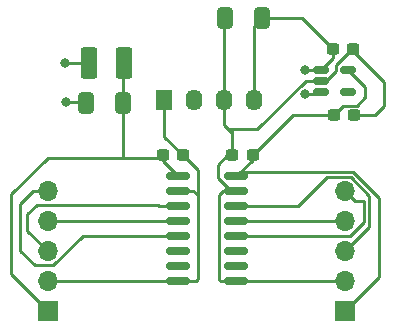
<source format=gbr>
%TF.GenerationSoftware,KiCad,Pcbnew,(6.0.4-0)*%
%TF.CreationDate,2022-07-13T07:01:54-06:00*%
%TF.ProjectId,level_translator,6c657665-6c5f-4747-9261-6e736c61746f,rev?*%
%TF.SameCoordinates,Original*%
%TF.FileFunction,Copper,L1,Top*%
%TF.FilePolarity,Positive*%
%FSLAX46Y46*%
G04 Gerber Fmt 4.6, Leading zero omitted, Abs format (unit mm)*
G04 Created by KiCad (PCBNEW (6.0.4-0)) date 2022-07-13 07:01:54*
%MOMM*%
%LPD*%
G01*
G04 APERTURE LIST*
G04 Aperture macros list*
%AMRoundRect*
0 Rectangle with rounded corners*
0 $1 Rounding radius*
0 $2 $3 $4 $5 $6 $7 $8 $9 X,Y pos of 4 corners*
0 Add a 4 corners polygon primitive as box body*
4,1,4,$2,$3,$4,$5,$6,$7,$8,$9,$2,$3,0*
0 Add four circle primitives for the rounded corners*
1,1,$1+$1,$2,$3*
1,1,$1+$1,$4,$5*
1,1,$1+$1,$6,$7*
1,1,$1+$1,$8,$9*
0 Add four rect primitives between the rounded corners*
20,1,$1+$1,$2,$3,$4,$5,0*
20,1,$1+$1,$4,$5,$6,$7,0*
20,1,$1+$1,$6,$7,$8,$9,0*
20,1,$1+$1,$8,$9,$2,$3,0*%
G04 Aperture macros list end*
%TA.AperFunction,SMDPad,CuDef*%
%ADD10RoundRect,0.250001X-0.462499X-1.074999X0.462499X-1.074999X0.462499X1.074999X-0.462499X1.074999X0*%
%TD*%
%TA.AperFunction,ComponentPad*%
%ADD11R,1.400000X1.800000*%
%TD*%
%TA.AperFunction,ComponentPad*%
%ADD12O,1.400000X1.800000*%
%TD*%
%TA.AperFunction,SMDPad,CuDef*%
%ADD13RoundRect,0.237500X-0.300000X-0.237500X0.300000X-0.237500X0.300000X0.237500X-0.300000X0.237500X0*%
%TD*%
%TA.AperFunction,SMDPad,CuDef*%
%ADD14RoundRect,0.250000X0.412500X0.650000X-0.412500X0.650000X-0.412500X-0.650000X0.412500X-0.650000X0*%
%TD*%
%TA.AperFunction,SMDPad,CuDef*%
%ADD15RoundRect,0.237500X0.300000X0.237500X-0.300000X0.237500X-0.300000X-0.237500X0.300000X-0.237500X0*%
%TD*%
%TA.AperFunction,SMDPad,CuDef*%
%ADD16RoundRect,0.150000X-0.825000X-0.150000X0.825000X-0.150000X0.825000X0.150000X-0.825000X0.150000X0*%
%TD*%
%TA.AperFunction,ComponentPad*%
%ADD17R,1.700000X1.700000*%
%TD*%
%TA.AperFunction,ComponentPad*%
%ADD18O,1.700000X1.700000*%
%TD*%
%TA.AperFunction,SMDPad,CuDef*%
%ADD19RoundRect,0.150000X-0.512500X-0.150000X0.512500X-0.150000X0.512500X0.150000X-0.512500X0.150000X0*%
%TD*%
%TA.AperFunction,ViaPad*%
%ADD20C,0.800000*%
%TD*%
%TA.AperFunction,Conductor*%
%ADD21C,0.250000*%
%TD*%
G04 APERTURE END LIST*
D10*
%TO.P,L1,1,1*%
%TO.N,Net-(L1-Pad1)*%
X154612500Y-76500000D03*
%TO.P,L1,2,2*%
%TO.N,VD*%
X157587500Y-76500000D03*
%TD*%
D11*
%TO.P,PS1,1,-Vin*%
%TO.N,GNDPWR*%
X161000000Y-79600000D03*
D12*
%TO.P,PS1,2,+Vin*%
%TO.N,Net-(L1-Pad1)*%
X163540000Y-79600000D03*
%TO.P,PS1,3,0V*%
%TO.N,GND*%
X166080000Y-79600000D03*
%TO.P,PS1,4,+Vout*%
%TO.N,Net-(C4-Pad1)*%
X168620000Y-79600000D03*
%TD*%
D13*
%TO.P,C6,1*%
%TO.N,+5V*%
X175337500Y-80900000D03*
%TO.P,C6,2*%
%TO.N,GND*%
X177062500Y-80900000D03*
%TD*%
%TO.P,C5,1*%
%TO.N,Net-(C4-Pad1)*%
X175237500Y-75300000D03*
%TO.P,C5,2*%
%TO.N,GND*%
X176962500Y-75300000D03*
%TD*%
D14*
%TO.P,C4,1*%
%TO.N,Net-(C4-Pad1)*%
X169262500Y-72700000D03*
%TO.P,C4,2*%
%TO.N,GND*%
X166137500Y-72700000D03*
%TD*%
%TO.P,C3,1*%
%TO.N,VD*%
X157500000Y-79900000D03*
%TO.P,C3,2*%
%TO.N,GNDPWR*%
X154375000Y-79900000D03*
%TD*%
D13*
%TO.P,C2,1*%
%TO.N,GND*%
X166737500Y-84300000D03*
%TO.P,C2,2*%
%TO.N,+5V*%
X168462500Y-84300000D03*
%TD*%
D15*
%TO.P,C1,1*%
%TO.N,GNDPWR*%
X162562500Y-84300000D03*
%TO.P,C1,2*%
%TO.N,VD*%
X160837500Y-84300000D03*
%TD*%
D16*
%TO.P,U1,1,VCC1*%
%TO.N,VD*%
X162135000Y-86055000D03*
%TO.P,U1,2,GND1*%
%TO.N,GNDPWR*%
X162135000Y-87325000D03*
%TO.P,U1,3,INA*%
%TO.N,Net-(J1-Pad3)*%
X162135000Y-88595000D03*
%TO.P,U1,4,INB*%
%TO.N,Net-(J1-Pad4)*%
X162135000Y-89865000D03*
%TO.P,U1,5,INC*%
%TO.N,Net-(J1-Pad5)*%
X162135000Y-91135000D03*
%TO.P,U1,6,OUTD*%
%TO.N,unconnected-(U1-Pad6)*%
X162135000Y-92405000D03*
%TO.P,U1,7,NC*%
%TO.N,unconnected-(U1-Pad7)*%
X162135000Y-93675000D03*
%TO.P,U1,8,GND1*%
%TO.N,GNDPWR*%
X162135000Y-94945000D03*
%TO.P,U1,9,GND2*%
%TO.N,GND*%
X167085000Y-94945000D03*
%TO.P,U1,10,NC*%
%TO.N,unconnected-(U1-Pad10)*%
X167085000Y-93675000D03*
%TO.P,U1,11,IND*%
%TO.N,GND*%
X167085000Y-92405000D03*
%TO.P,U1,12,OUTC*%
%TO.N,Net-(J2-Pad5)*%
X167085000Y-91135000D03*
%TO.P,U1,13,OUTB*%
%TO.N,Net-(J2-Pad4)*%
X167085000Y-89865000D03*
%TO.P,U1,14,OUTA*%
%TO.N,Net-(J2-Pad3)*%
X167085000Y-88595000D03*
%TO.P,U1,15,GND2*%
%TO.N,GND*%
X167085000Y-87325000D03*
%TO.P,U1,16,VCC2*%
%TO.N,+5V*%
X167085000Y-86055000D03*
%TD*%
D17*
%TO.P,J1,1,Pin_1*%
%TO.N,VD*%
X151100000Y-97500000D03*
D18*
%TO.P,J1,2,Pin_2*%
%TO.N,GNDPWR*%
X151100000Y-94960000D03*
%TO.P,J1,3,Pin_3*%
%TO.N,Net-(J1-Pad3)*%
X151100000Y-92420000D03*
%TO.P,J1,4,Pin_4*%
%TO.N,Net-(J1-Pad4)*%
X151100000Y-89880000D03*
%TO.P,J1,5,Pin_5*%
%TO.N,Net-(J1-Pad5)*%
X151100000Y-87340000D03*
%TD*%
D17*
%TO.P,J2,1,Pin_1*%
%TO.N,+5V*%
X176300000Y-97500000D03*
D18*
%TO.P,J2,2,Pin_2*%
%TO.N,GND*%
X176300000Y-94960000D03*
%TO.P,J2,3,Pin_3*%
%TO.N,Net-(J2-Pad3)*%
X176300000Y-92420000D03*
%TO.P,J2,4,Pin_4*%
%TO.N,Net-(J2-Pad4)*%
X176300000Y-89880000D03*
%TO.P,J2,5,Pin_5*%
%TO.N,Net-(J2-Pad5)*%
X176300000Y-87340000D03*
%TD*%
D19*
%TO.P,U2,1,IN*%
%TO.N,Net-(C4-Pad1)*%
X174262500Y-77050000D03*
%TO.P,U2,2,GND*%
%TO.N,GND*%
X174262500Y-78000000D03*
%TO.P,U2,3,EN*%
%TO.N,Net-(C4-Pad1)*%
X174262500Y-78950000D03*
%TO.P,U2,4,NC*%
%TO.N,unconnected-(U2-Pad4)*%
X176537500Y-78950000D03*
%TO.P,U2,5,OUT*%
%TO.N,+5V*%
X176537500Y-77050000D03*
%TD*%
D20*
%TO.N,Net-(C4-Pad1)*%
X172900000Y-79100000D03*
X172900000Y-77100000D03*
%TO.N,Net-(L1-Pad1)*%
X152600000Y-76500000D03*
%TO.N,GNDPWR*%
X152700000Y-79800000D03*
%TD*%
D21*
%TO.N,GND*%
X168875386Y-82100000D02*
X166700000Y-82100000D01*
X166737500Y-82137500D02*
X166700000Y-82100000D01*
X166700000Y-82100000D02*
X166400000Y-82100000D01*
X166737500Y-84300000D02*
X166737500Y-82137500D01*
X166737500Y-84300000D02*
X166300000Y-84300000D01*
X166300000Y-84300000D02*
X165500000Y-85100000D01*
X165500000Y-85100000D02*
X165500000Y-86200000D01*
X165500000Y-86200000D02*
X166625000Y-87325000D01*
X179600000Y-78100000D02*
X179600000Y-80100000D01*
X176962500Y-75462500D02*
X179600000Y-78100000D01*
X179600000Y-80100000D02*
X178800000Y-80900000D01*
X178800000Y-80900000D02*
X177062500Y-80900000D01*
%TO.N,+5V*%
X168462500Y-84300000D02*
X168462500Y-84677500D01*
X168462500Y-84677500D02*
X167085000Y-86055000D01*
X175337500Y-80900000D02*
X171862500Y-80900000D01*
X171862500Y-80900000D02*
X168462500Y-84300000D01*
X178000000Y-78512500D02*
X178000000Y-79400000D01*
X176537500Y-77050000D02*
X178000000Y-78512500D01*
X178000000Y-79400000D02*
X177299520Y-80100480D01*
X177299520Y-80100480D02*
X176137020Y-80100480D01*
X176137020Y-80100480D02*
X175337500Y-80900000D01*
%TO.N,GND*%
X174700000Y-78000000D02*
X175550480Y-77149520D01*
X175550480Y-77149520D02*
X175550480Y-76649520D01*
X175550480Y-76649520D02*
X176900000Y-75300000D01*
X166400000Y-82100000D02*
X166300000Y-82000000D01*
X166737500Y-84300000D02*
X166737500Y-82437500D01*
X166300000Y-82000000D02*
X166080000Y-81780000D01*
X166737500Y-82437500D02*
X166300000Y-82000000D01*
X166080000Y-81780000D02*
X166080000Y-79600000D01*
X172975386Y-78000000D02*
X168875386Y-82100000D01*
X174262500Y-78000000D02*
X172975386Y-78000000D01*
%TO.N,Net-(C4-Pad1)*%
X174262500Y-77050000D02*
X172950000Y-77050000D01*
X172950000Y-77050000D02*
X172900000Y-77100000D01*
X172900000Y-79100000D02*
X174112500Y-79100000D01*
X175237500Y-75300000D02*
X175237500Y-76075000D01*
X175237500Y-76075000D02*
X174262500Y-77050000D01*
X169262500Y-72700000D02*
X172637500Y-72700000D01*
X172637500Y-72700000D02*
X175237500Y-75300000D01*
X168620000Y-79600000D02*
X168620000Y-73342500D01*
X168620000Y-73342500D02*
X169262500Y-72700000D01*
%TO.N,GND*%
X166080000Y-72757500D02*
X166080000Y-79600000D01*
%TO.N,Net-(L1-Pad1)*%
X154612500Y-76500000D02*
X152600000Y-76500000D01*
%TO.N,GNDPWR*%
X152700000Y-79800000D02*
X154275000Y-79800000D01*
%TO.N,VD*%
X157500000Y-79900000D02*
X157500000Y-76587500D01*
%TO.N,GNDPWR*%
X162562500Y-84300000D02*
X161000000Y-82737500D01*
X161000000Y-82737500D02*
X161000000Y-79600000D01*
X163800000Y-87700000D02*
X163800000Y-87900000D01*
X163800000Y-87900000D02*
X163800000Y-94800000D01*
X162562500Y-84300000D02*
X163800000Y-85537500D01*
X163800000Y-85537500D02*
X163800000Y-87900000D01*
%TO.N,VD*%
X160837500Y-84300000D02*
X160837500Y-84757500D01*
X160837500Y-84757500D02*
X162135000Y-86055000D01*
X151100000Y-84500000D02*
X157600000Y-84500000D01*
X157600000Y-84500000D02*
X160637500Y-84500000D01*
X157500000Y-79900000D02*
X157500000Y-84400000D01*
X157500000Y-84400000D02*
X157600000Y-84500000D01*
X151100000Y-97500000D02*
X148000000Y-94400000D01*
X148000000Y-94400000D02*
X148000000Y-87600000D01*
X148000000Y-87600000D02*
X151100000Y-84500000D01*
%TO.N,GND*%
X165600000Y-94800000D02*
X165745000Y-94945000D01*
X176300000Y-94960000D02*
X167100000Y-94960000D01*
X165745000Y-94945000D02*
X167085000Y-94945000D01*
X165975000Y-87325000D02*
X165600000Y-87700000D01*
X165600000Y-87700000D02*
X165600000Y-94800000D01*
X167085000Y-87325000D02*
X165975000Y-87325000D01*
%TO.N,GNDPWR*%
X162135000Y-87325000D02*
X163425000Y-87325000D01*
X163800000Y-94800000D02*
X163655000Y-94945000D01*
X163655000Y-94945000D02*
X162135000Y-94945000D01*
X151100000Y-94960000D02*
X162120000Y-94960000D01*
X163425000Y-87325000D02*
X163800000Y-87700000D01*
%TO.N,Net-(J1-Pad3)*%
X160500000Y-88600000D02*
X162130000Y-88600000D01*
X149400000Y-89300000D02*
X150185489Y-88514511D01*
X150185489Y-88514511D02*
X160414511Y-88514511D01*
X149400000Y-90720000D02*
X149400000Y-89300000D01*
X160414511Y-88514511D02*
X160500000Y-88600000D01*
X151100000Y-92420000D02*
X149400000Y-90720000D01*
%TO.N,Net-(J1-Pad4)*%
X151100000Y-89880000D02*
X162120000Y-89880000D01*
%TO.N,Net-(J1-Pad5)*%
X151100000Y-87340000D02*
X149897919Y-87340000D01*
X148800000Y-88437919D02*
X148800000Y-92400000D01*
X151600000Y-93600000D02*
X154065000Y-91135000D01*
X154065000Y-91135000D02*
X162135000Y-91135000D01*
X148800000Y-92400000D02*
X150000000Y-93600000D01*
X149897919Y-87340000D02*
X148800000Y-88437919D01*
X150000000Y-93600000D02*
X151600000Y-93600000D01*
%TO.N,+5V*%
X167085000Y-86055000D02*
X167424031Y-85715969D01*
X179200000Y-94600000D02*
X176300000Y-97500000D01*
X176972697Y-85715969D02*
X179200000Y-87943272D01*
X179200000Y-87943272D02*
X179200000Y-94600000D01*
X167424031Y-85715969D02*
X176972697Y-85715969D01*
%TO.N,Net-(J2-Pad3)*%
X176786499Y-86165489D02*
X174734511Y-86165489D01*
X174734511Y-86165489D02*
X172300000Y-88600000D01*
X172300000Y-88600000D02*
X167090000Y-88600000D01*
X176300000Y-92420000D02*
X178349520Y-90370480D01*
X178349520Y-90370480D02*
X178349520Y-87728510D01*
X178349520Y-87728510D02*
X176786499Y-86165489D01*
%TO.N,Net-(J2-Pad4)*%
X176300000Y-89880000D02*
X167100000Y-89880000D01*
%TO.N,Net-(J2-Pad5)*%
X177900000Y-89941010D02*
X177900000Y-88200000D01*
X176706010Y-91135000D02*
X177900000Y-89941010D01*
X177160000Y-88200000D02*
X176300000Y-87340000D01*
X177900000Y-88200000D02*
X177160000Y-88200000D01*
X167085000Y-91135000D02*
X176706010Y-91135000D01*
%TD*%
M02*

</source>
